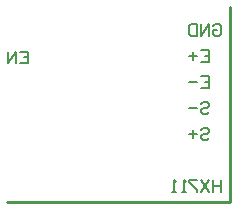
<source format=gbo>
G04*
G04 #@! TF.GenerationSoftware,Altium Limited,Altium Designer,24.9.1 (31)*
G04*
G04 Layer_Color=32896*
%FSLAX44Y44*%
%MOMM*%
G71*
G04*
G04 #@! TF.SameCoordinates,72FE2189-96E8-42F3-8E64-FE2F012302BB*
G04*
G04*
G04 #@! TF.FilePolarity,Positive*
G04*
G01*
G75*
%ADD10C,0.2000*%
%ADD38C,0.2540*%
D10*
X20666Y351998D02*
X27331D01*
Y342002D01*
X20666D01*
X27331Y347000D02*
X23998D01*
X17334Y342002D02*
Y351998D01*
X10669Y342002D01*
Y351998D01*
X191000Y242997D02*
Y233000D01*
Y237998D01*
X184335D01*
Y242997D01*
Y233000D01*
X181003Y242997D02*
X174339Y233000D01*
Y242997D02*
X181003Y233000D01*
X171006Y242997D02*
X164342D01*
Y241331D01*
X171006Y234666D01*
Y233000D01*
X161010D02*
X157677D01*
X159344D01*
Y242997D01*
X161010Y241331D01*
X152679Y233000D02*
X149347D01*
X151013D01*
Y242997D01*
X152679Y241331D01*
X183994Y373332D02*
X185660Y374998D01*
X188992D01*
X190658Y373332D01*
Y366668D01*
X188992Y365002D01*
X185660D01*
X183994Y366668D01*
Y370000D01*
X187326D01*
X180661Y365002D02*
Y374998D01*
X173997Y365002D01*
Y374998D01*
X170665D02*
Y365002D01*
X165666D01*
X164000Y366668D01*
Y373332D01*
X165666Y374998D01*
X170665D01*
X173997Y352998D02*
X180661D01*
Y343002D01*
X173997D01*
X180661Y348000D02*
X177329D01*
X170665D02*
X164000D01*
X167332Y351332D02*
Y344668D01*
X173997Y330998D02*
X180661D01*
Y321002D01*
X173997D01*
X180661Y326000D02*
X177329D01*
X170665D02*
X164000D01*
X173997Y307332D02*
X175663Y308998D01*
X178995D01*
X180661Y307332D01*
Y305666D01*
X178995Y304000D01*
X175663D01*
X173997Y302334D01*
Y300668D01*
X175663Y299002D01*
X178995D01*
X180661Y300668D01*
X170665Y304000D02*
X164000D01*
X173997Y285332D02*
X175663Y286998D01*
X178995D01*
X180661Y285332D01*
Y283666D01*
X178995Y282000D01*
X175663D01*
X173997Y280334D01*
Y278668D01*
X175663Y277002D01*
X178995D01*
X180661Y278668D01*
X170665Y282000D02*
X164000D01*
X167332Y285332D02*
Y278668D01*
D38*
X199000Y225000D02*
Y390000D01*
X10000Y225000D02*
X199000D01*
M02*

</source>
